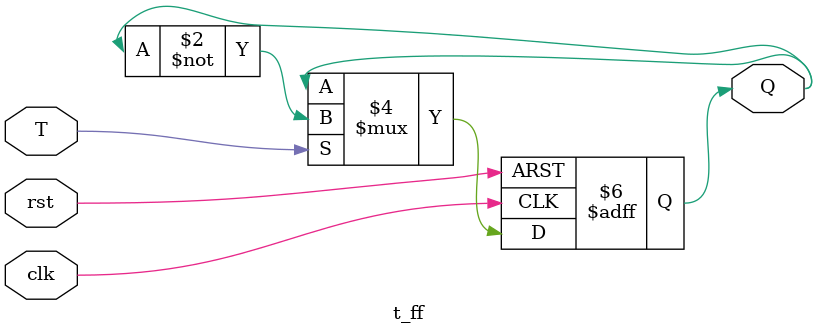
<source format=v>
module t_ff (
    input wire T,
    input wire clk,
    input wire rst,     // async reset
    output reg Q
);

    always @(posedge clk or posedge rst) begin
        if (rst)
            Q <= 1'b0;
        else if (T)
            Q <= ~Q;   // toggle
        else
            Q <= Q;    // hold
    end

endmodule


</source>
